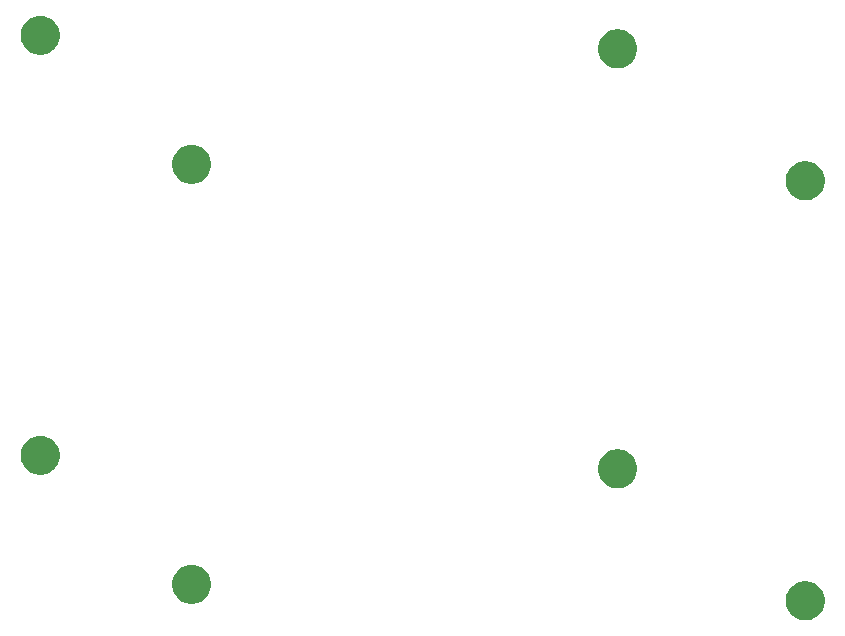
<source format=gts>
G04 #@! TF.GenerationSoftware,KiCad,Pcbnew,(5.1.0)-1*
G04 #@! TF.CreationDate,2019-06-16T18:46:58-04:00*
G04 #@! TF.ProjectId,PSX_BREAKOUT_CASE,5053585f-4252-4454-914b-4f55545f4341,rev?*
G04 #@! TF.SameCoordinates,Original*
G04 #@! TF.FileFunction,Soldermask,Top*
G04 #@! TF.FilePolarity,Negative*
%FSLAX46Y46*%
G04 Gerber Fmt 4.6, Leading zero omitted, Abs format (unit mm)*
G04 Created by KiCad (PCBNEW (5.1.0)-1) date 2019-06-16 18:46:58*
%MOMM*%
%LPD*%
G04 APERTURE LIST*
%ADD10C,0.100000*%
G04 APERTURE END LIST*
D10*
G36*
X162554256Y-90720298D02*
G01*
X162660579Y-90741447D01*
X162961042Y-90865903D01*
X163231451Y-91046585D01*
X163461415Y-91276549D01*
X163642097Y-91546958D01*
X163766553Y-91847421D01*
X163830000Y-92166391D01*
X163830000Y-92491609D01*
X163766553Y-92810579D01*
X163642097Y-93111042D01*
X163461415Y-93381451D01*
X163231451Y-93611415D01*
X162961042Y-93792097D01*
X162660579Y-93916553D01*
X162554256Y-93937702D01*
X162341611Y-93980000D01*
X162016389Y-93980000D01*
X161803744Y-93937702D01*
X161697421Y-93916553D01*
X161396958Y-93792097D01*
X161126549Y-93611415D01*
X160896585Y-93381451D01*
X160715903Y-93111042D01*
X160591447Y-92810579D01*
X160528000Y-92491609D01*
X160528000Y-92166391D01*
X160591447Y-91847421D01*
X160715903Y-91546958D01*
X160896585Y-91276549D01*
X161126549Y-91046585D01*
X161396958Y-90865903D01*
X161697421Y-90741447D01*
X161803744Y-90720298D01*
X162016389Y-90678000D01*
X162341611Y-90678000D01*
X162554256Y-90720298D01*
X162554256Y-90720298D01*
G37*
G36*
X110611256Y-89323298D02*
G01*
X110717579Y-89344447D01*
X111018042Y-89468903D01*
X111288451Y-89649585D01*
X111518415Y-89879549D01*
X111699097Y-90149958D01*
X111823553Y-90450421D01*
X111887000Y-90769391D01*
X111887000Y-91094609D01*
X111823553Y-91413579D01*
X111699097Y-91714042D01*
X111518415Y-91984451D01*
X111288451Y-92214415D01*
X111018042Y-92395097D01*
X110717579Y-92519553D01*
X110611256Y-92540702D01*
X110398611Y-92583000D01*
X110073389Y-92583000D01*
X109860744Y-92540702D01*
X109754421Y-92519553D01*
X109453958Y-92395097D01*
X109183549Y-92214415D01*
X108953585Y-91984451D01*
X108772903Y-91714042D01*
X108648447Y-91413579D01*
X108585000Y-91094609D01*
X108585000Y-90769391D01*
X108648447Y-90450421D01*
X108772903Y-90149958D01*
X108953585Y-89879549D01*
X109183549Y-89649585D01*
X109453958Y-89468903D01*
X109754421Y-89344447D01*
X109860744Y-89323298D01*
X110073389Y-89281000D01*
X110398611Y-89281000D01*
X110611256Y-89323298D01*
X110611256Y-89323298D01*
G37*
G36*
X146599442Y-79528422D02*
G01*
X146785579Y-79565447D01*
X147086042Y-79689903D01*
X147356451Y-79870585D01*
X147586415Y-80100549D01*
X147767097Y-80370958D01*
X147891553Y-80671421D01*
X147955000Y-80990391D01*
X147955000Y-81315609D01*
X147891553Y-81634579D01*
X147767097Y-81935042D01*
X147586415Y-82205451D01*
X147356451Y-82435415D01*
X147086042Y-82616097D01*
X146785579Y-82740553D01*
X146679256Y-82761702D01*
X146466611Y-82804000D01*
X146141389Y-82804000D01*
X145928744Y-82761702D01*
X145822421Y-82740553D01*
X145521958Y-82616097D01*
X145251549Y-82435415D01*
X145021585Y-82205451D01*
X144840903Y-81935042D01*
X144716447Y-81634579D01*
X144653000Y-81315609D01*
X144653000Y-80990391D01*
X144716447Y-80671421D01*
X144840903Y-80370958D01*
X145021585Y-80100549D01*
X145251549Y-79870585D01*
X145521958Y-79689903D01*
X145822421Y-79565447D01*
X146008558Y-79528422D01*
X146141389Y-79502000D01*
X146466611Y-79502000D01*
X146599442Y-79528422D01*
X146599442Y-79528422D01*
G37*
G36*
X97784256Y-78401298D02*
G01*
X97890579Y-78422447D01*
X98191042Y-78546903D01*
X98461451Y-78727585D01*
X98691415Y-78957549D01*
X98872097Y-79227958D01*
X98996553Y-79528421D01*
X99060000Y-79847391D01*
X99060000Y-80172609D01*
X98996553Y-80491579D01*
X98872097Y-80792042D01*
X98691415Y-81062451D01*
X98461451Y-81292415D01*
X98191042Y-81473097D01*
X97890579Y-81597553D01*
X97784256Y-81618702D01*
X97571611Y-81661000D01*
X97246389Y-81661000D01*
X97033744Y-81618702D01*
X96927421Y-81597553D01*
X96626958Y-81473097D01*
X96356549Y-81292415D01*
X96126585Y-81062451D01*
X95945903Y-80792042D01*
X95821447Y-80491579D01*
X95758000Y-80172609D01*
X95758000Y-79847391D01*
X95821447Y-79528421D01*
X95945903Y-79227958D01*
X96126585Y-78957549D01*
X96356549Y-78727585D01*
X96626958Y-78546903D01*
X96927421Y-78422447D01*
X97033744Y-78401298D01*
X97246389Y-78359000D01*
X97571611Y-78359000D01*
X97784256Y-78401298D01*
X97784256Y-78401298D01*
G37*
G36*
X162554256Y-55160298D02*
G01*
X162660579Y-55181447D01*
X162961042Y-55305903D01*
X163231451Y-55486585D01*
X163461415Y-55716549D01*
X163642097Y-55986958D01*
X163766553Y-56287421D01*
X163830000Y-56606391D01*
X163830000Y-56931609D01*
X163766553Y-57250579D01*
X163642097Y-57551042D01*
X163461415Y-57821451D01*
X163231451Y-58051415D01*
X162961042Y-58232097D01*
X162660579Y-58356553D01*
X162554256Y-58377702D01*
X162341611Y-58420000D01*
X162016389Y-58420000D01*
X161803744Y-58377702D01*
X161697421Y-58356553D01*
X161396958Y-58232097D01*
X161126549Y-58051415D01*
X160896585Y-57821451D01*
X160715903Y-57551042D01*
X160591447Y-57250579D01*
X160528000Y-56931609D01*
X160528000Y-56606391D01*
X160591447Y-56287421D01*
X160715903Y-55986958D01*
X160896585Y-55716549D01*
X161126549Y-55486585D01*
X161396958Y-55305903D01*
X161697421Y-55181447D01*
X161803744Y-55160298D01*
X162016389Y-55118000D01*
X162341611Y-55118000D01*
X162554256Y-55160298D01*
X162554256Y-55160298D01*
G37*
G36*
X110611256Y-53763298D02*
G01*
X110717579Y-53784447D01*
X111018042Y-53908903D01*
X111288451Y-54089585D01*
X111518415Y-54319549D01*
X111699097Y-54589958D01*
X111823553Y-54890421D01*
X111887000Y-55209391D01*
X111887000Y-55534609D01*
X111823553Y-55853579D01*
X111699097Y-56154042D01*
X111518415Y-56424451D01*
X111288451Y-56654415D01*
X111018042Y-56835097D01*
X110717579Y-56959553D01*
X110611256Y-56980702D01*
X110398611Y-57023000D01*
X110073389Y-57023000D01*
X109860744Y-56980702D01*
X109754421Y-56959553D01*
X109453958Y-56835097D01*
X109183549Y-56654415D01*
X108953585Y-56424451D01*
X108772903Y-56154042D01*
X108648447Y-55853579D01*
X108585000Y-55534609D01*
X108585000Y-55209391D01*
X108648447Y-54890421D01*
X108772903Y-54589958D01*
X108953585Y-54319549D01*
X109183549Y-54089585D01*
X109453958Y-53908903D01*
X109754421Y-53784447D01*
X109860744Y-53763298D01*
X110073389Y-53721000D01*
X110398611Y-53721000D01*
X110611256Y-53763298D01*
X110611256Y-53763298D01*
G37*
G36*
X146599442Y-43968422D02*
G01*
X146785579Y-44005447D01*
X147086042Y-44129903D01*
X147356451Y-44310585D01*
X147586415Y-44540549D01*
X147767097Y-44810958D01*
X147891553Y-45111421D01*
X147955000Y-45430391D01*
X147955000Y-45755609D01*
X147891553Y-46074579D01*
X147767097Y-46375042D01*
X147586415Y-46645451D01*
X147356451Y-46875415D01*
X147086042Y-47056097D01*
X146785579Y-47180553D01*
X146679256Y-47201702D01*
X146466611Y-47244000D01*
X146141389Y-47244000D01*
X145928744Y-47201702D01*
X145822421Y-47180553D01*
X145521958Y-47056097D01*
X145251549Y-46875415D01*
X145021585Y-46645451D01*
X144840903Y-46375042D01*
X144716447Y-46074579D01*
X144653000Y-45755609D01*
X144653000Y-45430391D01*
X144716447Y-45111421D01*
X144840903Y-44810958D01*
X145021585Y-44540549D01*
X145251549Y-44310585D01*
X145521958Y-44129903D01*
X145822421Y-44005447D01*
X146008558Y-43968422D01*
X146141389Y-43942000D01*
X146466611Y-43942000D01*
X146599442Y-43968422D01*
X146599442Y-43968422D01*
G37*
G36*
X97784256Y-42841298D02*
G01*
X97890579Y-42862447D01*
X98191042Y-42986903D01*
X98461451Y-43167585D01*
X98691415Y-43397549D01*
X98872097Y-43667958D01*
X98996553Y-43968421D01*
X99060000Y-44287391D01*
X99060000Y-44612609D01*
X98996553Y-44931579D01*
X98872097Y-45232042D01*
X98691415Y-45502451D01*
X98461451Y-45732415D01*
X98191042Y-45913097D01*
X97890579Y-46037553D01*
X97784256Y-46058702D01*
X97571611Y-46101000D01*
X97246389Y-46101000D01*
X97033744Y-46058702D01*
X96927421Y-46037553D01*
X96626958Y-45913097D01*
X96356549Y-45732415D01*
X96126585Y-45502451D01*
X95945903Y-45232042D01*
X95821447Y-44931579D01*
X95758000Y-44612609D01*
X95758000Y-44287391D01*
X95821447Y-43968421D01*
X95945903Y-43667958D01*
X96126585Y-43397549D01*
X96356549Y-43167585D01*
X96626958Y-42986903D01*
X96927421Y-42862447D01*
X97033744Y-42841298D01*
X97246389Y-42799000D01*
X97571611Y-42799000D01*
X97784256Y-42841298D01*
X97784256Y-42841298D01*
G37*
M02*

</source>
